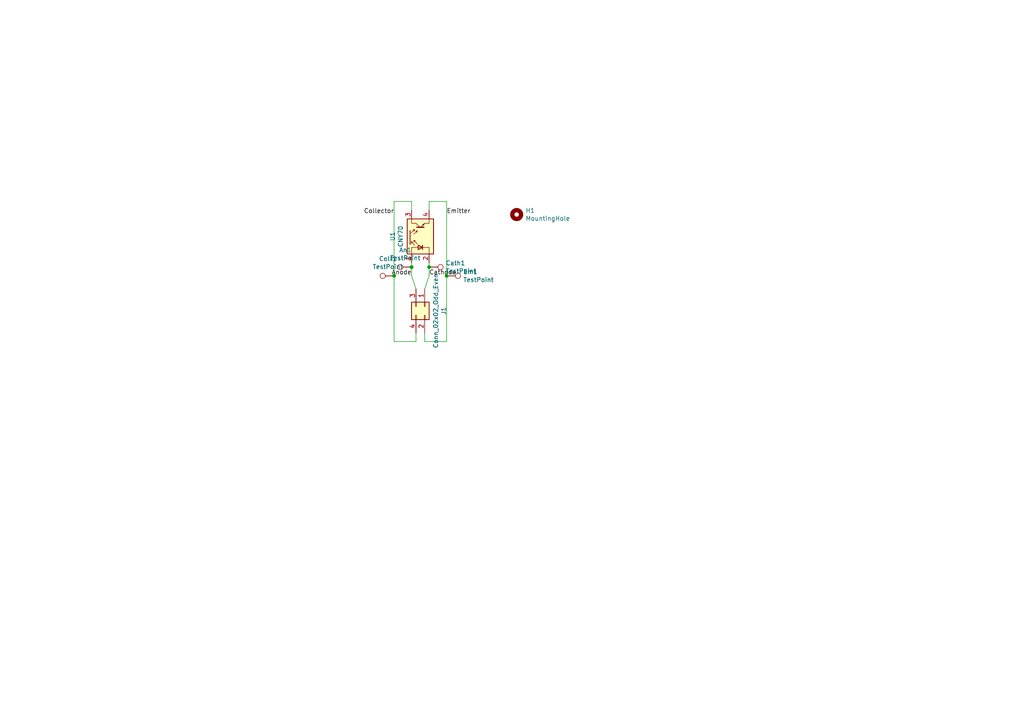
<source format=kicad_sch>
(kicad_sch (version 20211123) (generator eeschema)
  (paper "A4")
  (lib_symbols
    (symbol "Connector:TestPoint" (pin_numbers hide) (pin_names (offset 0.762) hide)
      (property "Reference" "TP" (at 0 6.858 0))
      (property "Value" "TestPoint" (at 0 5.08 0))
      (symbol "TestPoint_0_1"
        (circle (center 0 3.302) (radius 0.762))
      )
      (symbol "TestPoint_1_1"
        (pin passive line (at 0 0 90) (length 2.54) (name "1") (number "1"))
      )
    )
    (symbol "Connector_Generic:Conn_02x02_Odd_Even" (pin_names (offset 1.016) hide)
      (property "Reference" "J" (at 1.27 2.54 0))
      (property "Value" "Conn_02x02_Odd_Even" (at 1.27 -5.08 0))
      (symbol "Conn_02x02_Odd_Even_1_1"
        (rectangle (start -1.27 -2.413) (end 0 -2.667) (stroke (width 0.1524)))
        (rectangle (start -1.27 0.127) (end 0 -0.127) (stroke (width 0.1524)))
        (rectangle (start -1.27 1.27) (end 3.81 -3.81) (stroke (width 0.254)) (fill (type background)))
        (rectangle (start 3.81 -2.413) (end 2.54 -2.667) (stroke (width 0.1524)))
        (rectangle (start 3.81 0.127) (end 2.54 -0.127) (stroke (width 0.1524)))
        (pin passive line (at -5.08 0 0) (length 3.81) (name "Pin_1") (number "1"))
        (pin passive line (at 7.62 0 180) (length 3.81) (name "Pin_2") (number "2"))
        (pin passive line (at -5.08 -2.54 0) (length 3.81) (name "Pin_3") (number "3"))
        (pin passive line (at 7.62 -2.54 180) (length 3.81) (name "Pin_4") (number "4"))
      )
    )
    (symbol "Mechanical:MountingHole" (pin_names (offset 1.016))
      (property "Reference" "H" (at 0 5.08 0))
      (property "Value" "MountingHole" (at 0 3.175 0))
      (symbol "MountingHole_0_1"
        (circle (center 0 0) (radius 1.27) (stroke (width 1.27)))
      )
    )
    (symbol "Sensor_Proximity:CNY70" (pin_names (offset 1.016) hide)
      (property "Reference" "U" (at -5.08 5.08 0))
      (property "Value" "CNY70" (at 5.08 5.08 0))
      (symbol "CNY70_0_1"
        (polyline (pts (xy -3.81 -0.635) (xy -2.54 -0.635)) (stroke (width 0.254)))
        (polyline (pts (xy -2.286 2.921) (xy -2.032 3.175)))
        (polyline (pts (xy -1.778 2.921) (xy -1.524 3.175)))
        (polyline (pts (xy -1.524 2.667) (xy -1.651 2.159)))
        (polyline (pts (xy -1.27 2.921) (xy -1.016 3.175)))
        (polyline (pts (xy -1.143 1.905) (xy -1.27 1.397)))
        (polyline (pts (xy -0.762 2.921) (xy -0.508 3.175)))
        (polyline (pts (xy -0.254 2.921) (xy 0 3.175)))
        (polyline (pts (xy 0.254 2.921) (xy 0.508 3.175)))
        (polyline (pts (xy 0.762 2.921) (xy 1.016 3.175)))
        (polyline (pts (xy 1.27 2.921) (xy 1.524 3.175)))
        (polyline (pts (xy 1.651 0.889) (xy 1.143 1.016)))
        (polyline (pts (xy 1.778 2.921) (xy -2.413 2.921)))
        (polyline (pts (xy 2.032 1.651) (xy 1.524 1.778)))
        (polyline (pts (xy 2.667 -0.127) (xy 3.81 -1.27)))
        (polyline (pts (xy 2.667 0.127) (xy 3.81 1.27)))
        (polyline (pts (xy -2.54 1.651) (xy -1.524 2.667) (xy -2.032 2.54)))
        (polyline (pts (xy -2.159 0.889) (xy -1.143 1.905) (xy -1.651 1.778)))
        (polyline (pts (xy 0.635 1.905) (xy 1.651 0.889) (xy 1.524 1.397)))
        (polyline (pts (xy 1.016 2.667) (xy 2.032 1.651) (xy 1.905 2.159)))
        (polyline (pts (xy 2.667 1.016) (xy 2.667 -1.016) (xy 2.667 -1.016)) (stroke (width 0.3556)))
        (polyline (pts (xy 3.81 -1.27) (xy 3.81 -2.54) (xy 5.08 -2.54)))
        (polyline (pts (xy 3.81 1.27) (xy 3.81 2.54) (xy 5.08 2.54)))
        (polyline (pts (xy -5.08 -2.54) (xy -3.175 -2.54) (xy -3.175 2.54) (xy -5.08 2.54)))
        (polyline (pts (xy -3.175 -0.635) (xy -3.81 0.635) (xy -2.54 0.635) (xy -3.175 -0.635)) (stroke (width 0.254)))
        (polyline (pts (xy 3.683 -1.143) (xy 3.429 -0.635) (xy 3.175 -0.889) (xy 3.683 -1.143)))
        (polyline (pts (xy -5.08 -3.81) (xy 5.08 -3.81) (xy 5.08 3.81) (xy -5.08 3.81) (xy -5.08 -3.81)) (stroke (width 0.254)) (fill (type background)))
      )
      (symbol "CNY70_1_1"
        (pin passive line (at -7.62 2.54 0) (length 2.54) (name "A") (number "1"))
        (pin passive line (at -7.62 -2.54 0) (length 2.54) (name "K") (number "2"))
        (pin open_collector line (at 7.62 2.54 180) (length 2.54) (name "C") (number "3"))
        (pin open_emitter line (at 7.62 -2.54 180) (length 2.54) (name "E") (number "4"))
      )
    )
  )
  (junction (at 114.3 80.01))
  (junction (at 119.38 77.47))
  (junction (at 124.46 77.47))
  (junction (at 129.54 80.01))
  (wire (pts (xy 119.38 58.42) (xy 119.38 60.96)))
  (wire (pts (xy 119.38 80.01) (xy 119.38 77.47)))
  (wire (pts (xy 120.65 99.06) (xy 114.3 99.06)))
  (wire (pts (xy 129.54 80.01) (xy 129.54 99.06)))
  (wire (pts (xy 114.3 99.06) (xy 114.3 80.01)))
  (wire (pts (xy 124.46 77.47) (xy 124.46 80.01)))
  (wire (pts (xy 123.19 99.06) (xy 123.19 96.52)))
  (wire (pts (xy 120.65 96.52) (xy 120.65 99.06)))
  (wire (pts (xy 124.46 58.42) (xy 129.54 58.42)))
  (wire (pts (xy 129.54 58.42) (xy 129.54 80.01)))
  (wire (pts (xy 119.38 77.47) (xy 119.38 76.2)))
  (wire (pts (xy 114.3 80.01) (xy 114.3 58.42)))
  (wire (pts (xy 129.54 99.06) (xy 123.19 99.06)))
  (wire (pts (xy 114.3 58.42) (xy 119.38 58.42)))
  (wire (pts (xy 124.46 60.96) (xy 124.46 58.42)))
  (wire (pts (xy 119.38 80.01) (xy 120.65 83.82)))
  (wire (pts (xy 124.46 76.2) (xy 124.46 77.47)))
  (wire (pts (xy 123.19 83.82) (xy 124.46 80.01)))
  (label "Emitter" (at 129.54 62.23 0))
  (label "Collector" (at 114.3 62.23 180))
  (label "Anode" (at 119.38 80.01 180))
  (label "Cathode" (at 124.46 80.01 0))
  (symbol (lib_id "Sensor_Proximity:CNY70") (at 121.92 68.58 90) (unit 1)
    (property "Reference" "U1" (at 113.8682 68.58 0))
    (property "Value" "CNY70" (at 116.1796 68.58 0))
    (property "Footprint" "OptoDevice:Vishay_CNY70" (effects hide))
    (property "Datasheet" "https://www.vishay.com/docs/83751/cny70.pdf" (effects hide))
  )
  (symbol (lib_id "Connector_Generic:Conn_02x02_Odd_Even") (at 123.19 88.9 270) (unit 1)
    (property "Reference" "J1" (at 128.7018 90.17 0))
    (property "Value" "Conn_02x02_Odd_Even" (at 126.3904 90.17 0))
    (property "Footprint" "Pin_Headers:Pin_Header_Angled_2x02_Pitch2.54mm" (effects hide))
  )
  (symbol (lib_id "Connector:TestPoint") (at 114.3 80.01 90) (unit 1)
    (property "Reference" "Coll1" (at 112.4712 75.057 90))
    (property "Value" "TestPoint" (at 112.4712 77.3684 90))
    (property "Footprint" "TestPoint:TestPoint_Pad_1.0x1.0mm" (effects hide))
  )
  (symbol (lib_id "Connector:TestPoint") (at 129.54 80.01 270) (unit 1)
    (property "Reference" "Em1" (at 134.3152 78.8416 90) (effects (justify left)))
    (property "Value" "TestPoint" (at 134.3152 81.153 90) (effects (justify left)))
    (property "Footprint" "TestPoint:TestPoint_Pad_1.0x1.0mm" (effects hide))
  )
  (symbol (lib_id "Connector:TestPoint") (at 124.46 77.47 270) (unit 1)
    (property "Reference" "Cath1" (at 129.2352 76.3016 90) (effects (justify left)))
    (property "Value" "TestPoint" (at 129.2352 78.613 90) (effects (justify left)))
    (property "Footprint" "TestPoint:TestPoint_Pad_1.0x1.0mm" (effects hide))
  )
  (symbol (lib_id "Connector:TestPoint") (at 119.38 77.47 90) (unit 1)
    (property "Reference" "An1" (at 117.5512 72.517 90))
    (property "Value" "TestPoint" (at 117.5512 74.8284 90))
    (property "Footprint" "TestPoint:TestPoint_Pad_1.0x1.0mm" (effects hide))
  )
  (symbol (lib_id "Mechanical:MountingHole") (at 149.86 62.23 0) (unit 1)
    (property "Reference" "H1" (at 152.4 61.0616 0) (effects (justify left)))
    (property "Value" "MountingHole" (at 152.4 63.373 0) (effects (justify left)))
    (property "Footprint" "Mounting_Holes:MountingHole_3.2mm_M3" (effects hide))
  )
)
</source>
